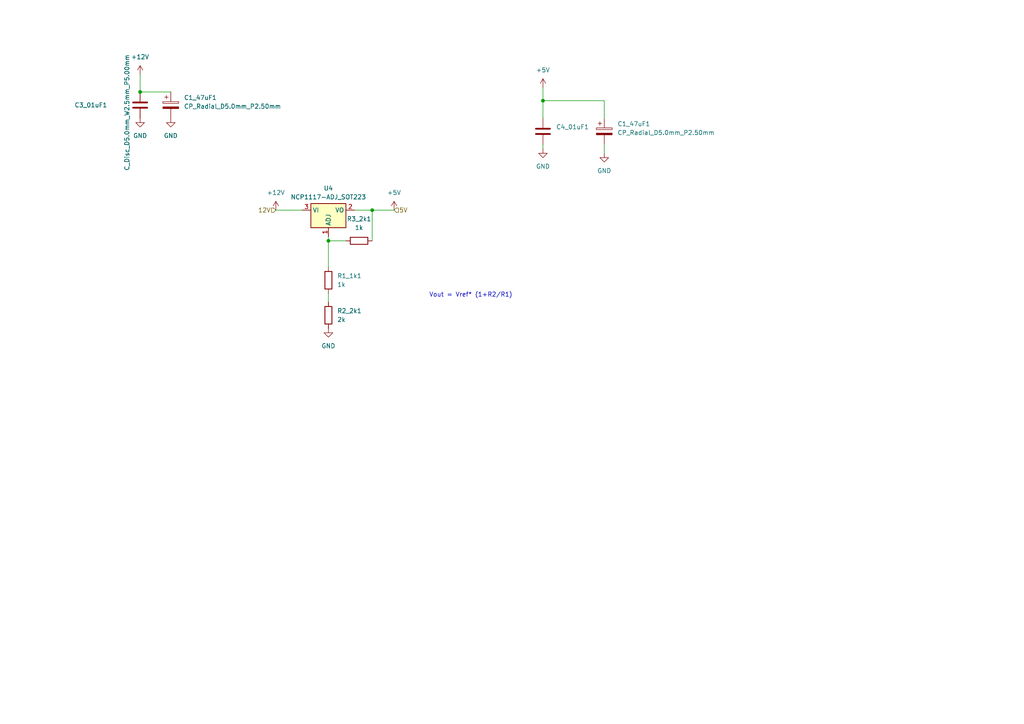
<source format=kicad_sch>
(kicad_sch (version 20230121) (generator eeschema)
  (paper "A4")
  (lib_symbols
    (symbol "Device:R" (pin_numbers hide) (pin_names (offset 0))
      (property "Reference" "R" (at 2.032 0 90))
      (property "Value" "R" (at 0 0 90))
      (symbol "R_0_1"
        (rectangle (start -1.016 -2.54) (end 1.016 2.54) (stroke (width 0.254)))
      )
      (symbol "R_1_1"
        (pin passive line (at 0 3.81 270) (length 1.27) (name "~") (number "1"))
        (pin passive line (at 0 -3.81 90) (length 1.27) (name "~") (number "2"))
      )
    )
    (symbol "PCM_Capacitor_AKL:CP_Radial_D5.0mm_P2.50mm" (pin_numbers hide) (pin_names (offset 0.254))
      (property "Reference" "C" (at 0.635 2.54 0))
      (property "Value" "CP_Radial_D5.0mm_P2.50mm" (at 0.635 -2.54 0))
      (symbol "CP_Radial_D5.0mm_P2.50mm_0_1"
        (rectangle (start -2.286 0.508) (end 2.286 1.016))
        (polyline (pts (xy -1.778 2.286) (xy -0.762 2.286)))
        (polyline (pts (xy -1.27 2.794) (xy -1.27 1.778)))
        (rectangle (start 2.286 -0.508) (end -2.286 -1.016) (fill (type outline)))
      )
      (symbol "CP_Radial_D5.0mm_P2.50mm_1_1"
        (pin passive line (at 0 3.81 270) (length 2.794) (name "~") (number "1"))
        (pin passive line (at 0 -3.81 90) (length 2.794) (name "~") (number "2"))
      )
    )
    (symbol "PCM_Capacitor_AKL:C_Disc_D5.0mm_W2.5mm_P5.00mm" (pin_numbers hide) (pin_names (offset 0.254))
      (property "Reference" "C" (at 0.635 2.54 0))
      (property "Value" "C_Disc_D5.0mm_W2.5mm_P5.00mm" (at 0.635 -2.54 0))
      (symbol "C_Disc_D5.0mm_W2.5mm_P5.00mm_0_1"
        (polyline (pts (xy -2.032 -0.762) (xy 2.032 -0.762)) (stroke (width 0.508)))
        (polyline (pts (xy -2.032 0.762) (xy 2.032 0.762)) (stroke (width 0.508)))
      )
      (symbol "C_Disc_D5.0mm_W2.5mm_P5.00mm_1_1"
        (pin passive line (at 0 3.81 270) (length 2.794) (name "~") (number "1"))
        (pin passive line (at 0 -3.81 90) (length 2.794) (name "~") (number "2"))
      )
    )
    (symbol "Regulator_Linear:NCP1117-ADJ_SOT223"
      (property "Reference" "U" (at -3.81 3.175 0))
      (property "Value" "NCP1117-ADJ_SOT223" (at 0 3.175 0))
      (symbol "NCP1117-ADJ_SOT223_0_1"
        (rectangle (start -5.08 -5.08) (end 5.08 1.905) (stroke (width 0.254)) (fill (type background)))
      )
      (symbol "NCP1117-ADJ_SOT223_1_1"
        (pin input line (at 0 -7.62 90) (length 2.54) (name "ADJ") (number "1"))
        (pin power_out line (at 7.62 0 180) (length 2.54) (name "VO") (number "2"))
        (pin power_in line (at -7.62 0 0) (length 2.54) (name "VI") (number "3"))
      )
    )
    (symbol "power:+12V" (power) (pin_names (offset 0))
      (property "Value" "+12V" (at 0 3.556 0))
      (symbol "+12V_0_1"
        (polyline (pts (xy -0.762 1.27) (xy 0 2.54)))
        (polyline (pts (xy 0 0) (xy 0 2.54)))
        (polyline (pts (xy 0 2.54) (xy 0.762 1.27)))
      )
      (symbol "+12V_1_1"
        (pin power_in line (at 0 0 90) (length 0) hide (name "+12V") (number "1"))
      )
    )
    (symbol "power:+5V" (power) (pin_names (offset 0))
      (property "Value" "+5V" (at 0 3.556 0))
      (symbol "+5V_0_1"
        (polyline (pts (xy -0.762 1.27) (xy 0 2.54)))
        (polyline (pts (xy 0 0) (xy 0 2.54)))
        (polyline (pts (xy 0 2.54) (xy 0.762 1.27)))
      )
      (symbol "+5V_1_1"
        (pin power_in line (at 0 0 90) (length 0) hide (name "+5V") (number "1"))
      )
    )
    (symbol "power:GND" (power) (pin_names (offset 0))
      (property "Value" "GND" (at 0 -3.81 0))
      (symbol "GND_0_1"
        (polyline (pts (xy 0 0) (xy 0 -1.27) (xy 1.27 -1.27) (xy 0 -2.54) (xy -1.27 -1.27) (xy 0 -1.27)))
      )
      (symbol "GND_1_1"
        (pin power_in line (at 0 0 270) (length 0) hide (name "GND") (number "1"))
      )
    )
  )
  (junction (at 107.95 60.96))
  (junction (at 95.25 69.85))
  (junction (at 157.48 29.21))
  (junction (at 40.64 26.67))
  (wire (pts (xy 107.95 60.96) (xy 107.95 69.85)))
  (wire (pts (xy 157.48 29.21) (xy 157.48 25.4)))
  (wire (pts (xy 102.87 60.96) (xy 107.95 60.96)))
  (wire (pts (xy 157.48 41.91) (xy 157.48 43.18)))
  (wire (pts (xy 114.3 60.96) (xy 107.95 60.96)))
  (wire (pts (xy 175.26 41.91) (xy 175.26 44.45)))
  (wire (pts (xy 157.48 29.21) (xy 175.26 29.21)))
  (wire (pts (xy 87.63 60.96) (xy 80.01 60.96)))
  (wire (pts (xy 40.64 21.59) (xy 40.64 26.67)))
  (wire (pts (xy 49.53 26.67) (xy 40.64 26.67)))
  (wire (pts (xy 157.48 29.21) (xy 157.48 34.29)))
  (wire (pts (xy 95.25 69.85) (xy 95.25 77.47)))
  (wire (pts (xy 175.26 29.21) (xy 175.26 34.29)))
  (wire (pts (xy 95.25 68.58) (xy 95.25 69.85)))
  (wire (pts (xy 95.25 85.09) (xy 95.25 87.63)))
  (wire (pts (xy 95.25 69.85) (xy 100.33 69.85)))
  (text "Vout = Vref* (1+R2/R1)" (at 124.46 86.36 0) (effects (font (size 1.27 1.27)) (justify left bottom)))
  (hierarchical_label "5V" (shape input) (at 114.3 60.96 0))
  (hierarchical_label "12V" (shape input) (at 80.01 60.96 180))
  (symbol (lib_id "power:GND") (at 49.53 34.29 0) (unit 1)
    (property "Reference" "#PWR011" (effects hide))
    (property "Value" "GND" (at 49.53 39.37 0))
    (instances (project "GateControl" (path "" (reference "#PWR011") (unit 1)) (path "" (reference "#PWR07") (unit 1)) (path "" (reference "#PWR023") (unit 1))) (project "PicoBreakout" (path "" (reference "#PWR012") (unit 1))))
  )
  (symbol (lib_id "PCM_Capacitor_AKL:CP_Radial_D5.0mm_P2.50mm") (at 49.53 30.48 0) (unit 1)
    (property "Reference" "C1_47uF1" (at 53.34 28.321 0) (effects (justify left)))
    (property "Value" "CP_Radial_D5.0mm_P2.50mm" (at 53.34 30.861 0) (effects (justify left)))
    (property "Footprint" "Capacitor_THT:CP_Radial_D5.0mm_P2.50mm" (effects hide))
    (instances (project "GateControl" (path "" (reference "C1_47uF1") (unit 1)) (path "" (reference "C1_47uF1") (unit 1)) (path "" (reference "C_47uF1") (unit 1))) (project "PicoBreakout" (path "" (reference "C1_47uF1") (unit 1))))
  )
  (symbol (lib_id "PCM_Capacitor_AKL:C_Disc_D5.0mm_W2.5mm_P5.00mm") (at 40.64 30.48 0) (unit 1)
    (property "Reference" "C3_01uF1" (at 21.59 30.48 0) (effects (justify left)))
    (property "Value" "C_Disc_D5.0mm_W2.5mm_P5.00mm" (at 36.83 49.53 90) (effects (justify left)))
    (property "Footprint" "Capacitor_THT:C_Disc_D5.0mm_W2.5mm_P5.00mm" (effects hide))
    (instances (project "GateControl" (path "" (reference "C3_01uF1") (unit 1)) (path "" (reference "C_IC1") (unit 1))) (project "PicoBreakout" (path "" (reference "C3_01uF1") (unit 1))))
  )
  (symbol (lib_id "Device:R") (at 95.25 91.44 0) (unit 1)
    (property "Reference" "R2_2k1" (at 97.79 90.17 0) (effects (justify left)))
    (property "Value" "2k" (at 97.79 92.71 0) (effects (justify left)))
    (property "Footprint" "Resistor_THT:R_Axial_DIN0309_L9.0mm_D3.2mm_P12.70mm_Horizontal" (effects hide))
  )
  (symbol (lib_id "power:+5V") (at 114.3 60.96 0) (unit 1)
    (property "Reference" "#PWR024" (effects hide))
    (property "Value" "+5V" (at 114.3 55.88 0))
    (instances (project "GateControl" (path "" (reference "#PWR024") (unit 1)) (path "" (reference "#PWR024") (unit 1))) (project "PicoBreakout" (path "" (reference "#PWR011") (unit 1))))
  )
  (symbol (lib_id "power:+5V") (at 157.48 25.4 0) (unit 1)
    (property "Reference" "#PWR024" (effects hide))
    (property "Value" "+5V" (at 157.48 20.32 0))
    (instances (project "GateControl" (path "" (reference "#PWR024") (unit 1)) (path "" (reference "#PWR016") (unit 1))) (project "PicoBreakout" (path "" (reference "#PWR011") (unit 1))))
  )
  (symbol (lib_id "power:GND") (at 95.25 95.25 0) (unit 1)
    (property "Reference" "#PWR023" (effects hide))
    (property "Value" "GND" (at 95.25 100.33 0))
    (instances (project "GateControl" (path "" (reference "#PWR023") (unit 1)) (path "" (reference "#PWR015") (unit 1))) (project "PicoBreakout" (path "" (reference "#PWR018") (unit 1))))
  )
  (symbol (lib_id "PCM_Capacitor_AKL:CP_Radial_D5.0mm_P2.50mm") (at 175.26 38.1 0) (unit 1)
    (property "Reference" "C1_47uF1" (at 179.07 35.941 0) (effects (justify left)))
    (property "Value" "CP_Radial_D5.0mm_P2.50mm" (at 179.07 38.481 0) (effects (justify left)))
    (property "Footprint" "Capacitor_THT:CP_Radial_D5.0mm_P2.50mm" (effects hide))
    (instances (project "GateControl" (path "" (reference "C1_47uF1") (unit 1)) (path "" (reference "C1_47uF1") (unit 1)) (path "" (reference "C_47uF2") (unit 1))) (project "PicoBreakout" (path "" (reference "C1_47uF1") (unit 1))))
  )
  (symbol (lib_id "Device:R") (at 104.14 69.85 90) (unit 1)
    (property "Reference" "R3_2k1" (at 104.14 63.5 90))
    (property "Value" "1k" (at 104.14 66.04 90))
    (property "Footprint" "Resistor_THT:R_Axial_DIN0309_L9.0mm_D3.2mm_P12.70mm_Horizontal" (effects hide))
    (instances (project "GateControl" (path "" (reference "R3_2k1") (unit 1)) (path "" (reference "R1_1k1") (unit 1))) (project "PicoBreakout" (path "" (reference "R3_2k1") (unit 1))))
  )
  (symbol (lib_id "power:GND") (at 40.64 34.29 0) (unit 1)
    (property "Reference" "#PWR022" (effects hide))
    (property "Value" "GND" (at 40.64 39.37 0))
    (instances (project "GateControl" (path "" (reference "#PWR022") (unit 1)) (path "" (reference "#PWR011") (unit 1))) (project "PicoBreakout" (path "" (reference "#PWR014") (unit 1))))
  )
  (symbol (lib_id "power:GND") (at 157.48 43.18 0) (unit 1)
    (property "Reference" "#PWR025" (effects hide))
    (property "Value" "GND" (at 157.48 48.26 0))
    (instances (project "GateControl" (path "" (reference "#PWR025") (unit 1)) (path "" (reference "#PWR021") (unit 1))) (project "PicoBreakout" (path "" (reference "#PWR017") (unit 1))))
  )
  (symbol (lib_id "power:+12V") (at 80.01 60.96 0) (unit 1)
    (property "Reference" "#PWR021" (effects hide))
    (property "Value" "+12V" (at 80.01 55.88 0))
    (instances (project "GateControl" (path "" (reference "#PWR021") (unit 1)) (path "" (reference "#PWR022") (unit 1))) (project "PicoBreakout" (path "" (reference "#PWR010") (unit 1))))
  )
  (symbol (lib_id "power:GND") (at 175.26 44.45 0) (unit 1)
    (property "Reference" "#PWR011" (effects hide))
    (property "Value" "GND" (at 175.26 49.53 0))
    (instances (project "GateControl" (path "" (reference "#PWR011") (unit 1)) (path "" (reference "#PWR07") (unit 1)) (path "" (reference "#PWR025") (unit 1))) (project "PicoBreakout" (path "" (reference "#PWR012") (unit 1))))
  )
  (symbol (lib_id "Regulator_Linear:NCP1117-ADJ_SOT223") (at 95.25 60.96 0) (unit 1)
    (property "Reference" "U4" (at 95.25 54.61 0))
    (property "Value" "NCP1117-ADJ_SOT223" (at 95.25 57.15 0))
    (property "Footprint" "Package_TO_SOT_SMD:SOT-223-3_TabPin2" (effects hide))
    (property "Datasheet" "http://www.onsemi.com/pub_link/Collateral/NCP1117-D.PDF" (effects hide))
  )
  (symbol (lib_id "power:+12V") (at 40.64 21.59 0) (unit 1)
    (property "Reference" "#PWR021" (effects hide))
    (property "Value" "+12V" (at 40.64 16.51 0))
    (instances (project "GateControl" (path "" (reference "#PWR021") (unit 1)) (path "" (reference "#PWR010") (unit 1))) (project "PicoBreakout" (path "" (reference "#PWR010") (unit 1))))
  )
  (symbol (lib_id "Device:R") (at 95.25 81.28 0) (unit 1)
    (property "Reference" "R1_1k1" (at 97.79 80.01 0) (effects (justify left)))
    (property "Value" "1k" (at 97.79 82.55 0) (effects (justify left)))
    (property "Footprint" "Resistor_THT:R_Axial_DIN0309_L9.0mm_D3.2mm_P12.70mm_Horizontal" (effects hide))
    (instances (project "GateControl" (path "" (reference "R1_1k1") (unit 1)) (path "" (reference "R2_1k1") (unit 1))) (project "PicoBreakout" (path "" (reference "R1_1k1") (unit 1))))
  )
  (symbol (lib_id "PCM_Capacitor_AKL:C_Disc_D5.0mm_W2.5mm_P5.00mm") (at 157.48 38.1 0) (unit 1)
    (property "Reference" "C4_01uF1" (at 161.29 36.83 0) (effects (justify left)))
    (property "Value" "C_Disc_D5.0mm_W2.5mm_P5.00mm" (effects hide))
    (property "Footprint" "Capacitor_THT:C_Disc_D5.0mm_W2.5mm_P5.00mm" (effects hide))
    (instances (project "GateControl" (path "" (reference "C4_01uF1") (unit 1)) (path "" (reference "C_IC2") (unit 1))) (project "PicoBreakout" (path "" (reference "C4_01uF1") (unit 1))))
  )
)
</source>
